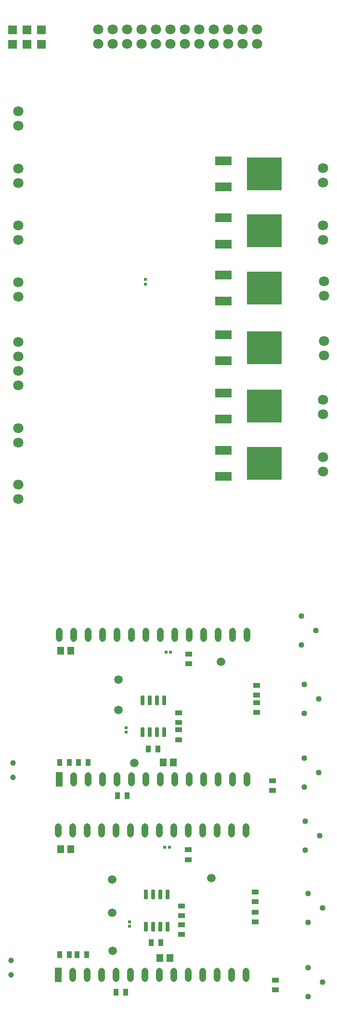
<source format=gbr>
G04 Layer_Color=255*
%FSLAX26Y26*%
%MOIN*%
%TF.FileFunction,Pads,Bot*%
%TF.Part,Single*%
G01*
G75*
%TA.AperFunction,SMDPad,CuDef*%
%ADD11R,0.033465X0.051181*%
%ADD12R,0.051181X0.033465*%
%ADD15R,0.020472X0.020472*%
%TA.AperFunction,ComponentPad*%
%ADD22C,0.070866*%
%ADD23C,0.059055*%
%ADD24R,0.060000X0.060000*%
%ADD25R,0.047244X0.098425*%
%ADD26O,0.047244X0.098425*%
%ADD27C,0.040000*%
%ADD28C,0.039370*%
%TA.AperFunction,SMDPad,CuDef*%
%ADD44R,0.045276X0.057087*%
%ADD45R,0.118110X0.062992*%
%ADD46R,0.244095X0.228346*%
%ADD47R,0.020472X0.020472*%
G04:AMPARAMS|DCode=48|XSize=25.591mil|YSize=64.961mil|CornerRadius=1.919mil|HoleSize=0mil|Usage=FLASHONLY|Rotation=180.000|XOffset=0mil|YOffset=0mil|HoleType=Round|Shape=RoundedRectangle|*
%AMROUNDEDRECTD48*
21,1,0.025591,0.061122,0,0,180.0*
21,1,0.021752,0.064961,0,0,180.0*
1,1,0.003839,-0.010876,0.030561*
1,1,0.003839,0.010876,0.030561*
1,1,0.003839,0.010876,-0.030561*
1,1,0.003839,-0.010876,-0.030561*
%
%ADD48ROUNDEDRECTD48*%
D11*
X613465Y1730000D02*
D03*
X546535D02*
D03*
X1013465Y1500000D02*
D03*
X946535D02*
D03*
X733465Y399999D02*
D03*
X666535D02*
D03*
X546535D02*
D03*
X613463D02*
D03*
X1003465Y140000D02*
D03*
X936535D02*
D03*
X743465Y1730000D02*
D03*
X676535D02*
D03*
X1246968Y483402D02*
D03*
X1180040D02*
D03*
X1228968Y1820402D02*
D03*
X1162040D02*
D03*
D12*
X1900000Y766535D02*
D03*
Y833465D02*
D03*
X1900001Y626535D02*
D03*
Y693465D02*
D03*
X1910000Y2263465D02*
D03*
Y2196535D02*
D03*
Y2143465D02*
D03*
Y2076535D02*
D03*
X1369504Y1886936D02*
D03*
Y1953866D02*
D03*
Y2072866D02*
D03*
Y2005936D02*
D03*
X1389504Y736716D02*
D03*
Y669786D02*
D03*
Y539936D02*
D03*
Y606866D02*
D03*
X1438504Y1123866D02*
D03*
Y1056936D02*
D03*
X1442504Y2479868D02*
D03*
Y2412938D02*
D03*
X2040001Y223464D02*
D03*
Y156536D02*
D03*
X2019999Y1603465D02*
D03*
Y1536535D02*
D03*
D15*
X1139820Y5070994D02*
D03*
Y5039498D02*
D03*
X1029504Y626150D02*
D03*
Y594654D02*
D03*
X1008504Y1969150D02*
D03*
Y1937654D02*
D03*
D22*
X1914504Y6701402D02*
D03*
Y6801402D02*
D03*
X814504Y6701402D02*
D03*
X914504D02*
D03*
X1014504D02*
D03*
X1114504D02*
D03*
X1214504D02*
D03*
X1314504D02*
D03*
X1414504D02*
D03*
X1514504D02*
D03*
X1614504D02*
D03*
X1714504D02*
D03*
X814504Y6801402D02*
D03*
X914504D02*
D03*
X1014504D02*
D03*
X1114504D02*
D03*
X1214504D02*
D03*
X1314504D02*
D03*
X1414504D02*
D03*
X1514504D02*
D03*
X1614504D02*
D03*
X1714504D02*
D03*
X1814504D02*
D03*
Y6701402D02*
D03*
X2370018Y3740444D02*
D03*
Y3840444D02*
D03*
X259782Y4337568D02*
D03*
Y4437568D02*
D03*
Y4537568D02*
D03*
Y4637568D02*
D03*
X2375924Y4543868D02*
D03*
Y4643868D02*
D03*
Y4957254D02*
D03*
Y5057254D02*
D03*
X2370018Y4138358D02*
D03*
Y4238358D02*
D03*
Y5743250D02*
D03*
Y5843250D02*
D03*
X259782Y3551742D02*
D03*
Y3651742D02*
D03*
X2370018Y5345706D02*
D03*
Y5445706D02*
D03*
X259782Y3941506D02*
D03*
Y4041506D02*
D03*
Y5740062D02*
D03*
Y5840062D02*
D03*
Y5345706D02*
D03*
Y5445706D02*
D03*
Y4951348D02*
D03*
Y5051348D02*
D03*
Y6134418D02*
D03*
Y6234418D02*
D03*
D23*
X1664504Y2426402D02*
D03*
X1064504Y1726402D02*
D03*
X954504Y2091402D02*
D03*
Y2301402D02*
D03*
X914504Y426402D02*
D03*
X911504Y688402D02*
D03*
X909504Y917402D02*
D03*
X1597504Y929402D02*
D03*
D24*
X220412Y6700168D02*
D03*
X320412D02*
D03*
X420412D02*
D03*
Y6800168D02*
D03*
X320412D02*
D03*
X220412D02*
D03*
D25*
X543246Y1613554D02*
D03*
X538324Y260208D02*
D03*
D26*
X643246Y1613554D02*
D03*
X743246D02*
D03*
X843246D02*
D03*
X943246D02*
D03*
X1043246D02*
D03*
X1143246D02*
D03*
X1243246D02*
D03*
X1343246D02*
D03*
X1443246D02*
D03*
X1543246D02*
D03*
X1643246D02*
D03*
X1743246D02*
D03*
X1843246D02*
D03*
X543246Y2613554D02*
D03*
X643246D02*
D03*
X743246D02*
D03*
X843246D02*
D03*
X943246D02*
D03*
X1043246D02*
D03*
X1143246D02*
D03*
X1243246D02*
D03*
X1343246D02*
D03*
X1443246D02*
D03*
X1543246D02*
D03*
X1643246D02*
D03*
X1743246D02*
D03*
X1843246D02*
D03*
X638324Y260208D02*
D03*
X738324D02*
D03*
X838324D02*
D03*
X938324D02*
D03*
X1038324D02*
D03*
X1138324D02*
D03*
X1238324D02*
D03*
X1338324D02*
D03*
X1438324D02*
D03*
X1538324D02*
D03*
X1638324D02*
D03*
X1738324D02*
D03*
X1838324D02*
D03*
X538324Y1260208D02*
D03*
X638324D02*
D03*
X738324D02*
D03*
X838324D02*
D03*
X938324D02*
D03*
X1038324D02*
D03*
X1138324D02*
D03*
X1238324D02*
D03*
X1338324D02*
D03*
X1438324D02*
D03*
X1538324D02*
D03*
X1638324D02*
D03*
X1738324D02*
D03*
X1838324D02*
D03*
D27*
X2221505Y2743401D02*
D03*
Y2543401D02*
D03*
X2321505Y2643401D02*
D03*
X2248505Y1321250D02*
D03*
Y1121250D02*
D03*
X2348505Y1221250D02*
D03*
X2240504Y2267401D02*
D03*
Y2067401D02*
D03*
X2340504Y2167401D02*
D03*
X2267504Y823390D02*
D03*
Y623390D02*
D03*
X2367504Y723390D02*
D03*
X2240504Y1757402D02*
D03*
Y1557402D02*
D03*
X2340504Y1657402D02*
D03*
X2267504Y307402D02*
D03*
Y107402D02*
D03*
X2367504Y207402D02*
D03*
D28*
X209504Y359402D02*
D03*
Y259402D02*
D03*
X225504Y1724402D02*
D03*
Y1624402D02*
D03*
D44*
X1334937Y1728402D02*
D03*
X1264071D02*
D03*
X554584Y2503250D02*
D03*
X625450D02*
D03*
X554567Y1130000D02*
D03*
X625433D02*
D03*
X1310433Y375000D02*
D03*
X1239567D02*
D03*
D45*
X1681042Y4106350D02*
D03*
Y4286664D02*
D03*
Y3708436D02*
D03*
Y3888752D02*
D03*
X1681040Y5711244D02*
D03*
Y5891558D02*
D03*
Y5316884D02*
D03*
Y5497200D02*
D03*
Y4508750D02*
D03*
Y4689066D02*
D03*
Y4922528D02*
D03*
Y5102844D02*
D03*
D46*
X1964506Y4196508D02*
D03*
Y3798594D02*
D03*
X1964504Y5801402D02*
D03*
Y5407042D02*
D03*
Y4598908D02*
D03*
Y5012686D02*
D03*
D47*
X1275528Y1141112D02*
D03*
X1307024D02*
D03*
X1284270Y2493250D02*
D03*
X1315766D02*
D03*
D48*
X1122504Y2159624D02*
D03*
X1172504D02*
D03*
X1222504D02*
D03*
X1272504D02*
D03*
X1122504Y1937182D02*
D03*
X1172504D02*
D03*
X1222504D02*
D03*
X1272504D02*
D03*
X1145018Y814472D02*
D03*
X1195018D02*
D03*
X1245018D02*
D03*
X1295018D02*
D03*
X1145018Y592030D02*
D03*
X1195018D02*
D03*
X1245018D02*
D03*
X1295018D02*
D03*
%TF.MD5,b98e016c016699d39c1b231b8ddaa39c*%
M02*

</source>
